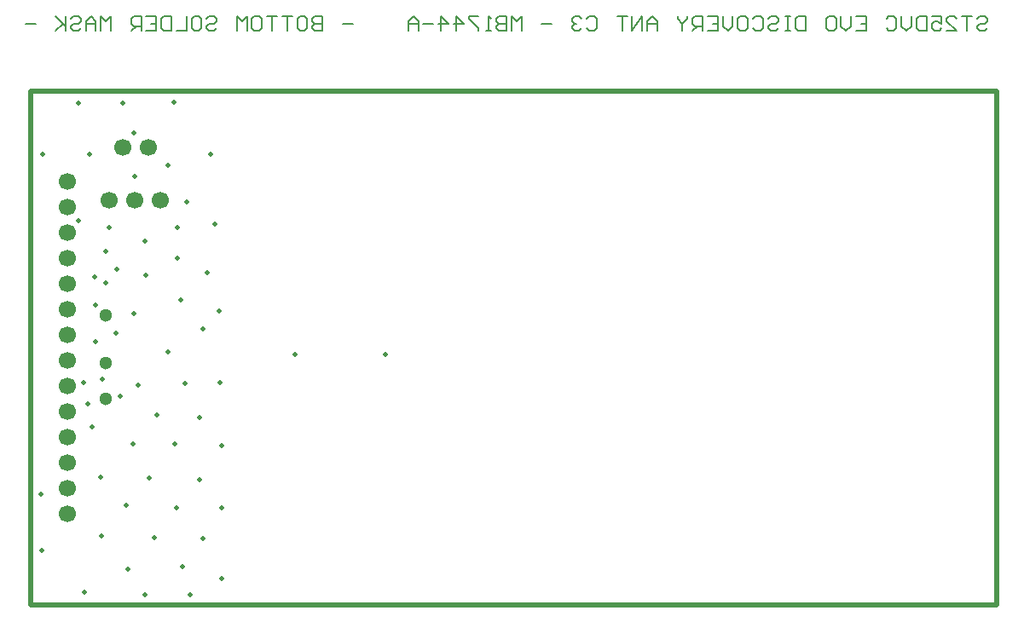
<source format=gbs>
G04*
G04 #@! TF.GenerationSoftware,Altium Limited,Altium Designer,20.2.4 (192)*
G04*
G04 Layer_Color=5220458*
%FSLAX44Y44*%
%MOMM*%
G71*
G04*
G04 #@! TF.SameCoordinates,9262D3F7-DFB6-46AD-8F0E-08546F4AC646*
G04*
G04*
G04 #@! TF.FilePolarity,Negative*
G04*
G01*
G75*
%ADD11C,0.2000*%
%ADD22C,0.5000*%
%ADD28C,1.7000*%
%ADD29C,1.3000*%
%ADD30C,0.5000*%
D11*
X940003Y582496D02*
X942502Y584995D01*
X947501D01*
X950000Y582496D01*
Y579997D01*
X947501Y577498D01*
X942502D01*
X940003Y574998D01*
Y572499D01*
X942502Y570000D01*
X947501D01*
X950000Y572499D01*
X935005Y584995D02*
X925008D01*
X930006D01*
Y570000D01*
X910013D02*
X920010D01*
X910013Y579997D01*
Y582496D01*
X912512Y584995D01*
X917511D01*
X920010Y582496D01*
X895018Y584995D02*
X905015D01*
Y577498D01*
X900016Y579997D01*
X897517D01*
X895018Y577498D01*
Y572499D01*
X897517Y570000D01*
X902515D01*
X905015Y572499D01*
X890019Y584995D02*
Y570000D01*
X882522D01*
X880023Y572499D01*
Y582496D01*
X882522Y584995D01*
X890019D01*
X875024D02*
Y574998D01*
X870026Y570000D01*
X865027Y574998D01*
Y584995D01*
X850032Y582496D02*
X852532Y584995D01*
X857530D01*
X860029Y582496D01*
Y572499D01*
X857530Y570000D01*
X852532D01*
X850032Y572499D01*
X820042Y584995D02*
X830039D01*
Y570000D01*
X820042D01*
X830039Y577498D02*
X825041D01*
X815044Y584995D02*
Y574998D01*
X810045Y570000D01*
X805047Y574998D01*
Y584995D01*
X792551D02*
X797549D01*
X800049Y582496D01*
Y572499D01*
X797549Y570000D01*
X792551D01*
X790052Y572499D01*
Y582496D01*
X792551Y584995D01*
X770058D02*
Y570000D01*
X762561D01*
X760061Y572499D01*
Y582496D01*
X762561Y584995D01*
X770058D01*
X755063D02*
X750065D01*
X752564D01*
Y570000D01*
X755063D01*
X750065D01*
X732570Y582496D02*
X735070Y584995D01*
X740068D01*
X742567Y582496D01*
Y579997D01*
X740068Y577498D01*
X735070D01*
X732570Y574998D01*
Y572499D01*
X735070Y570000D01*
X740068D01*
X742567Y572499D01*
X717575Y582496D02*
X720074Y584995D01*
X725073D01*
X727572Y582496D01*
Y572499D01*
X725073Y570000D01*
X720074D01*
X717575Y572499D01*
X705079Y584995D02*
X710078D01*
X712577Y582496D01*
Y572499D01*
X710078Y570000D01*
X705079D01*
X702580Y572499D01*
Y582496D01*
X705079Y584995D01*
X697582D02*
Y574998D01*
X692583Y570000D01*
X687585Y574998D01*
Y584995D01*
X672590D02*
X682587D01*
Y570000D01*
X672590D01*
X682587Y577498D02*
X677588D01*
X667591Y570000D02*
Y584995D01*
X660094D01*
X657595Y582496D01*
Y577498D01*
X660094Y574998D01*
X667591D01*
X662593D02*
X657595Y570000D01*
X652596Y584995D02*
Y582496D01*
X647598Y577498D01*
X642600Y582496D01*
Y584995D01*
X647598Y577498D02*
Y570000D01*
X622606D02*
Y579997D01*
X617608Y584995D01*
X612609Y579997D01*
Y570000D01*
Y577498D01*
X622606D01*
X607611Y570000D02*
Y584995D01*
X597614Y570000D01*
Y584995D01*
X592616D02*
X582619D01*
X587617D01*
Y570000D01*
X552629Y582496D02*
X555128Y584995D01*
X560126D01*
X562625Y582496D01*
Y572499D01*
X560126Y570000D01*
X555128D01*
X552629Y572499D01*
X547630Y582496D02*
X545131Y584995D01*
X540133D01*
X537634Y582496D01*
Y579997D01*
X540133Y577498D01*
X542632D01*
X540133D01*
X537634Y574998D01*
Y572499D01*
X540133Y570000D01*
X545131D01*
X547630Y572499D01*
X517640Y577498D02*
X507643D01*
X487650Y570000D02*
Y584995D01*
X482651Y579997D01*
X477653Y584995D01*
Y570000D01*
X472655Y584995D02*
Y570000D01*
X465157D01*
X462658Y572499D01*
Y574998D01*
X465157Y577498D01*
X472655D01*
X465157D01*
X462658Y579997D01*
Y582496D01*
X465157Y584995D01*
X472655D01*
X457659Y570000D02*
X452661D01*
X455160D01*
Y584995D01*
X457659Y582496D01*
X445163Y584995D02*
X435167D01*
Y582496D01*
X445163Y572499D01*
Y570000D01*
X422671D02*
Y584995D01*
X430168Y577498D01*
X420172D01*
X407676Y570000D02*
Y584995D01*
X415173Y577498D01*
X405176D01*
X400178D02*
X390181D01*
X385183Y570000D02*
Y579997D01*
X380185Y584995D01*
X375186Y579997D01*
Y570000D01*
Y577498D01*
X385183D01*
X320000D02*
X310003D01*
X290010Y584995D02*
Y570000D01*
X282512D01*
X280013Y572499D01*
Y574998D01*
X282512Y577498D01*
X290010D01*
X282512D01*
X280013Y579997D01*
Y582496D01*
X282512Y584995D01*
X290010D01*
X267517D02*
X272515D01*
X275015Y582496D01*
Y572499D01*
X272515Y570000D01*
X267517D01*
X265018Y572499D01*
Y582496D01*
X267517Y584995D01*
X260019D02*
X250023D01*
X255021D01*
Y570000D01*
X245024Y584995D02*
X235028D01*
X240026D01*
Y570000D01*
X222532Y584995D02*
X227530D01*
X230029Y582496D01*
Y572499D01*
X227530Y570000D01*
X222532D01*
X220032Y572499D01*
Y582496D01*
X222532Y584995D01*
X215034Y570000D02*
Y584995D01*
X210036Y579997D01*
X205037Y584995D01*
Y570000D01*
X175047Y582496D02*
X177546Y584995D01*
X182544D01*
X185044Y582496D01*
Y579997D01*
X182544Y577498D01*
X177546D01*
X175047Y574998D01*
Y572499D01*
X177546Y570000D01*
X182544D01*
X185044Y572499D01*
X162551Y584995D02*
X167549D01*
X170049Y582496D01*
Y572499D01*
X167549Y570000D01*
X162551D01*
X160052Y572499D01*
Y582496D01*
X162551Y584995D01*
X155053D02*
Y570000D01*
X145057D01*
X140058Y584995D02*
Y570000D01*
X132561D01*
X130062Y572499D01*
Y582496D01*
X132561Y584995D01*
X140058D01*
X115066D02*
X125063D01*
Y570000D01*
X115066D01*
X125063Y577498D02*
X120065D01*
X110068Y570000D02*
Y584995D01*
X102570D01*
X100071Y582496D01*
Y577498D01*
X102570Y574998D01*
X110068D01*
X105070D02*
X100071Y570000D01*
X80078D02*
Y584995D01*
X75079Y579997D01*
X70081Y584995D01*
Y570000D01*
X65083D02*
Y579997D01*
X60084Y584995D01*
X55086Y579997D01*
Y570000D01*
Y577498D01*
X65083D01*
X40091Y582496D02*
X42590Y584995D01*
X47588D01*
X50087Y582496D01*
Y579997D01*
X47588Y577498D01*
X42590D01*
X40091Y574998D01*
Y572499D01*
X42590Y570000D01*
X47588D01*
X50087Y572499D01*
X35092Y584995D02*
Y570000D01*
Y574998D01*
X25096Y584995D01*
X32593Y577498D01*
X25096Y570000D01*
X5102Y577498D02*
X-4895D01*
D22*
X0Y0D02*
X0Y510000D01*
X960000Y510000D01*
X960000Y0D01*
X0Y0D02*
X960000Y0D01*
D28*
X36800Y89900D02*
D03*
Y115300D02*
D03*
Y140700D02*
D03*
Y166100D02*
D03*
Y191500D02*
D03*
Y216900D02*
D03*
Y242300D02*
D03*
Y267700D02*
D03*
Y293100D02*
D03*
Y318500D02*
D03*
Y343900D02*
D03*
Y369300D02*
D03*
Y394700D02*
D03*
Y420100D02*
D03*
X117000Y454700D02*
D03*
X91600D02*
D03*
X129001Y401900D02*
D03*
X103601D02*
D03*
X78201D02*
D03*
D29*
X75250Y205000D02*
D03*
Y240000D02*
D03*
Y287500D02*
D03*
D30*
X86000Y333000D02*
D03*
X151000Y38000D02*
D03*
X114000Y9500D02*
D03*
X190000Y26000D02*
D03*
Y96000D02*
D03*
X70500Y68000D02*
D03*
X154000Y219500D02*
D03*
X137000Y251500D02*
D03*
X102500Y289000D02*
D03*
X149000Y302500D02*
D03*
X64000Y325500D02*
D03*
X64500Y297500D02*
D03*
Y261500D02*
D03*
X71500Y224000D02*
D03*
X263000Y248995D02*
D03*
X75250Y320000D02*
D03*
X85000Y270000D02*
D03*
X171000Y274000D02*
D03*
X145800Y344700D02*
D03*
X352410Y248995D02*
D03*
X102500Y468500D02*
D03*
X95500Y98500D02*
D03*
X123500Y67000D02*
D03*
X114000Y361000D02*
D03*
X104000Y425500D02*
D03*
X48000Y381500D02*
D03*
X118000Y125500D02*
D03*
X61500Y177000D02*
D03*
X145500Y96500D02*
D03*
X125500Y188500D02*
D03*
X143500Y160000D02*
D03*
X155000Y400500D02*
D03*
X143000Y499000D02*
D03*
X78500Y375000D02*
D03*
X145800Y374700D02*
D03*
X158500Y9500D02*
D03*
X54000Y12000D02*
D03*
X11500Y54000D02*
D03*
X48000Y498500D02*
D03*
X12500Y447500D02*
D03*
X91500Y498500D02*
D03*
X58500Y447500D02*
D03*
X137000Y437000D02*
D03*
X179000Y447500D02*
D03*
X183000Y378500D02*
D03*
X171000Y66000D02*
D03*
X168000Y124000D02*
D03*
X70000Y126500D02*
D03*
X96500Y35500D02*
D03*
X102000Y160000D02*
D03*
X175500Y330300D02*
D03*
X188000Y220742D02*
D03*
X187700Y291658D02*
D03*
X168000Y186000D02*
D03*
X190000Y158000D02*
D03*
X107000Y218100D02*
D03*
X89000Y207500D02*
D03*
X74500Y351500D02*
D03*
X114350Y327400D02*
D03*
X53250Y220700D02*
D03*
X57500Y199500D02*
D03*
X10950Y109500D02*
D03*
M02*

</source>
